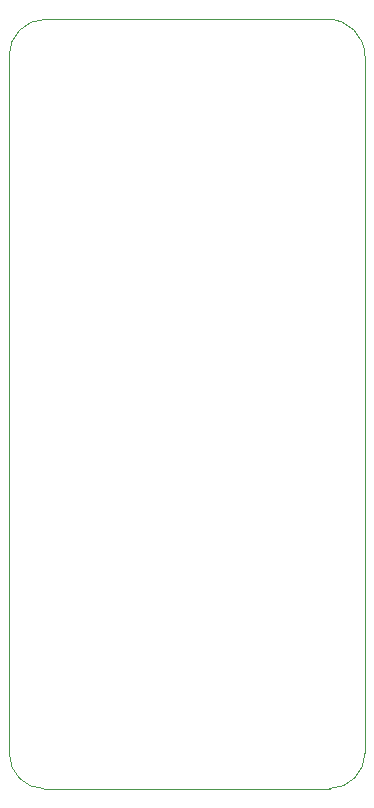
<source format=gbr>
%TF.GenerationSoftware,KiCad,Pcbnew,7.0.2-0*%
%TF.CreationDate,2024-01-15T07:51:27+01:00*%
%TF.ProjectId,dac,6461632e-6b69-4636-9164-5f7063625858,rev?*%
%TF.SameCoordinates,Original*%
%TF.FileFunction,Profile,NP*%
%FSLAX46Y46*%
G04 Gerber Fmt 4.6, Leading zero omitted, Abs format (unit mm)*
G04 Created by KiCad (PCBNEW 7.0.2-0) date 2024-01-15 07:51:27*
%MOMM*%
%LPD*%
G01*
G04 APERTURE LIST*
%TA.AperFunction,Profile*%
%ADD10C,0.038100*%
%TD*%
G04 APERTURE END LIST*
D10*
X70637306Y-113351986D02*
G75*
G03*
X73634400Y-110329600I28J2997172D01*
G01*
X43535400Y-110431200D02*
G75*
G03*
X46456400Y-113352200I2921000J0D01*
G01*
X73634400Y-83816400D02*
X73634400Y-110329600D01*
X46583400Y-48226600D02*
G75*
G03*
X43510000Y-51300000I0J-3073400D01*
G01*
X50012400Y-113352200D02*
X46456400Y-113352200D01*
X73634400Y-51350800D02*
X73634400Y-83816400D01*
X46583400Y-48226600D02*
X70510200Y-48226600D01*
X67132000Y-113352200D02*
X50012400Y-113352200D01*
X70637306Y-113351986D02*
X67132000Y-113352200D01*
X43535400Y-110431200D02*
X43510000Y-51300000D01*
X73634400Y-51350800D02*
G75*
G03*
X70510200Y-48226600I-3124200J0D01*
G01*
M02*

</source>
